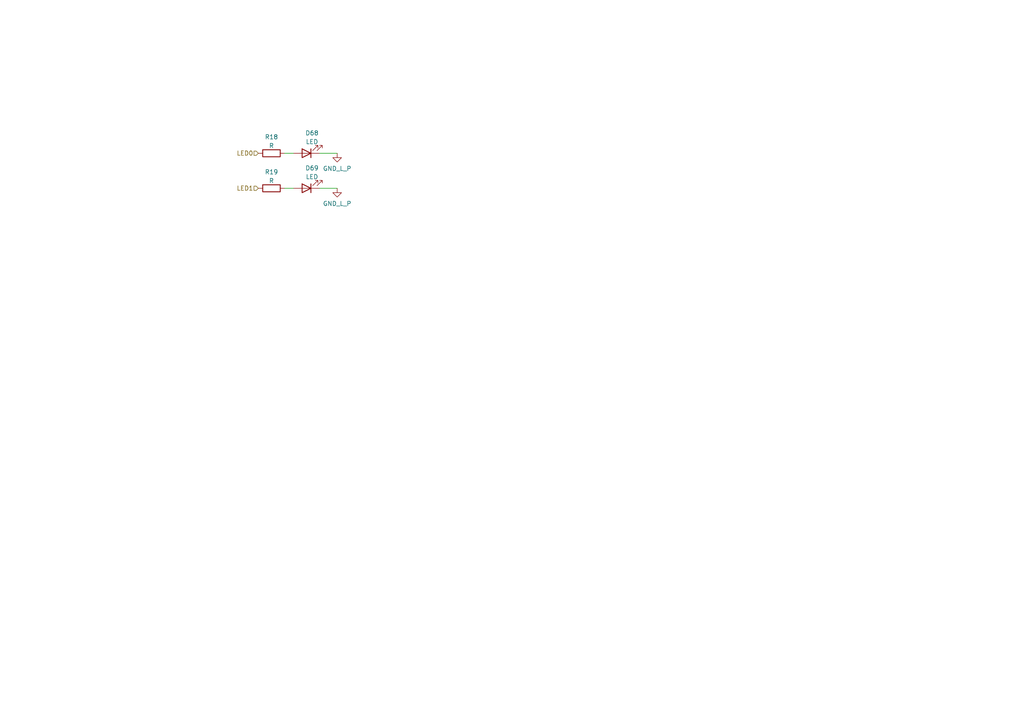
<source format=kicad_sch>
(kicad_sch (version 20211123) (generator eeschema)
  (paper "A4")
  (lib_symbols
    (symbol "Device:LED" (pin_numbers hide) (pin_names (offset 1.016) hide)
      (property "Reference" "D" (at 0 2.54 0))
      (property "Value" "LED" (at 0 -2.54 0))
      (symbol "LED_0_1"
        (polyline (pts (xy -1.27 -1.27) (xy -1.27 1.27)) (stroke (width 0.254)))
        (polyline (pts (xy -1.27 0) (xy 1.27 0)))
        (polyline (pts (xy 1.27 -1.27) (xy 1.27 1.27) (xy -1.27 0) (xy 1.27 -1.27)) (stroke (width 0.254)))
        (polyline (pts (xy -3.048 -0.762) (xy -4.572 -2.286) (xy -3.81 -2.286) (xy -4.572 -2.286) (xy -4.572 -1.524)))
        (polyline (pts (xy -1.778 -0.762) (xy -3.302 -2.286) (xy -2.54 -2.286) (xy -3.302 -2.286) (xy -3.302 -1.524)))
      )
      (symbol "LED_1_1"
        (pin passive line (at -3.81 0 0) (length 2.54) (name "K") (number "1"))
        (pin passive line (at 3.81 0 180) (length 2.54) (name "A") (number "2"))
      )
    )
    (symbol "Device:R" (pin_numbers hide) (pin_names (offset 0))
      (property "Reference" "R" (at 2.032 0 90))
      (property "Value" "R" (at 0 0 90))
      (symbol "R_0_1"
        (rectangle (start -1.016 -2.54) (end 1.016 2.54) (stroke (width 0.254)))
      )
      (symbol "R_1_1"
        (pin passive line (at 0 3.81 270) (length 1.27) (name "~") (number "1"))
        (pin passive line (at 0 -3.81 90) (length 1.27) (name "~") (number "2"))
      )
    )
    (symbol "arisu-split:GND_L_P" (power) (pin_names (offset 0))
      (property "Value" "GND_L_P" (at 0 -3.81 0))
      (symbol "GND_L_P_0_1"
        (polyline (pts (xy 0 0) (xy 0 -1.27) (xy 1.27 -1.27) (xy 0 -2.54) (xy -1.27 -1.27) (xy 0 -1.27)))
      )
      (symbol "GND_L_P_1_1"
        (pin power_in line (at 0 0 270) (length 0) hide (name "GND_L_P") (number "1"))
      )
    )
  )
  (wire (pts (xy 82.55 44.45) (xy 85.09 44.45)))
  (wire (pts (xy 92.71 44.45) (xy 97.79 44.45)))
  (wire (pts (xy 92.71 54.61) (xy 97.79 54.61)))
  (wire (pts (xy 82.55 54.61) (xy 85.09 54.61)))
  (hierarchical_label "LED1" (shape input) (at 74.93 54.61 180))
  (hierarchical_label "LED0" (shape input) (at 74.93 44.45 180))
  (symbol (lib_id "arisu-split:GND_L_P") (at 97.79 44.45 0) (unit 1)
    (property "Reference" "#PWR0159" (effects hide))
    (property "Value" "GND_L_P" (at 97.79 48.8934 0))
  )
  (symbol (lib_id "Device:LED") (at 88.9 44.45 180) (unit 1)
    (property "Reference" "D68" (at 90.4875 38.5912 0))
    (property "Value" "LED" (at 90.4875 41.1281 0))
    (property "Footprint" "LED_SMD:LED_0805_2012Metric" (effects hide))
  )
  (symbol (lib_id "Device:R") (at 78.74 54.61 90) (unit 1)
    (property "Reference" "R19" (at 78.74 49.8942 90))
    (property "Value" "R" (at 78.74 52.4311 90))
    (property "Footprint" "Resistor_SMD:R_0805_2012Metric" (effects hide))
  )
  (symbol (lib_id "Device:LED") (at 88.9 54.61 180) (unit 1)
    (property "Reference" "D69" (at 90.4875 48.7512 0))
    (property "Value" "LED" (at 90.4875 51.2881 0))
    (property "Footprint" "LED_SMD:LED_0805_2012Metric" (effects hide))
  )
  (symbol (lib_id "Device:R") (at 78.74 44.45 90) (unit 1)
    (property "Reference" "R18" (at 78.74 39.7342 90))
    (property "Value" "R" (at 78.74 42.2711 90))
    (property "Footprint" "Resistor_SMD:R_0805_2012Metric" (effects hide))
  )
  (symbol (lib_id "arisu-split:GND_L_P") (at 97.79 54.61 0) (unit 1)
    (property "Reference" "#PWR0160" (effects hide))
    (property "Value" "GND_L_P" (at 97.79 59.0534 0))
  )
)
</source>
